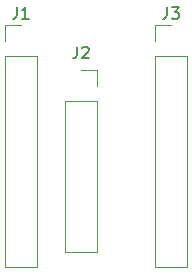
<source format=gto>
G04 #@! TF.GenerationSoftware,KiCad,Pcbnew,(6.0.2)*
G04 #@! TF.CreationDate,2025-01-10T20:51:35+01:00*
G04 #@! TF.ProjectId,adapter,61646170-7465-4722-9e6b-696361645f70,rev?*
G04 #@! TF.SameCoordinates,Original*
G04 #@! TF.FileFunction,Legend,Top*
G04 #@! TF.FilePolarity,Positive*
%FSLAX46Y46*%
G04 Gerber Fmt 4.6, Leading zero omitted, Abs format (unit mm)*
G04 Created by KiCad (PCBNEW (6.0.2)) date 2025-01-10 20:51:35*
%MOMM*%
%LPD*%
G01*
G04 APERTURE LIST*
%ADD10C,0.150000*%
%ADD11C,0.120000*%
%ADD12R,1.700000X1.700000*%
%ADD13O,1.700000X1.700000*%
G04 APERTURE END LIST*
D10*
X141906666Y-85582380D02*
X141906666Y-86296666D01*
X141859047Y-86439523D01*
X141763809Y-86534761D01*
X141620952Y-86582380D01*
X141525714Y-86582380D01*
X142335238Y-85677619D02*
X142382857Y-85630000D01*
X142478095Y-85582380D01*
X142716190Y-85582380D01*
X142811428Y-85630000D01*
X142859047Y-85677619D01*
X142906666Y-85772857D01*
X142906666Y-85868095D01*
X142859047Y-86010952D01*
X142287619Y-86582380D01*
X142906666Y-86582380D01*
X136826666Y-82227380D02*
X136826666Y-82941666D01*
X136779047Y-83084523D01*
X136683809Y-83179761D01*
X136540952Y-83227380D01*
X136445714Y-83227380D01*
X137826666Y-83227380D02*
X137255238Y-83227380D01*
X137540952Y-83227380D02*
X137540952Y-82227380D01*
X137445714Y-82370238D01*
X137350476Y-82465476D01*
X137255238Y-82513095D01*
X149526666Y-82227380D02*
X149526666Y-82941666D01*
X149479047Y-83084523D01*
X149383809Y-83179761D01*
X149240952Y-83227380D01*
X149145714Y-83227380D01*
X149907619Y-82227380D02*
X150526666Y-82227380D01*
X150193333Y-82608333D01*
X150336190Y-82608333D01*
X150431428Y-82655952D01*
X150479047Y-82703571D01*
X150526666Y-82798809D01*
X150526666Y-83036904D01*
X150479047Y-83132142D01*
X150431428Y-83179761D01*
X150336190Y-83227380D01*
X150050476Y-83227380D01*
X149955238Y-83179761D01*
X149907619Y-83132142D01*
D11*
X140910000Y-90170000D02*
X140910000Y-102930000D01*
X140910000Y-102930000D02*
X143570000Y-102930000D01*
X143570000Y-87570000D02*
X143570000Y-88900000D01*
X140910000Y-90170000D02*
X143570000Y-90170000D01*
X143570000Y-90170000D02*
X143570000Y-102930000D01*
X142240000Y-87570000D02*
X143570000Y-87570000D01*
X135830000Y-85105000D02*
X135830000Y-83775000D01*
X135830000Y-86375000D02*
X138490000Y-86375000D01*
X138490000Y-86375000D02*
X138490000Y-104215000D01*
X135830000Y-83775000D02*
X137160000Y-83775000D01*
X135830000Y-86375000D02*
X135830000Y-104215000D01*
X135830000Y-104215000D02*
X138490000Y-104215000D01*
X148530000Y-85105000D02*
X148530000Y-83775000D01*
X148530000Y-86375000D02*
X151190000Y-86375000D01*
X148530000Y-104215000D02*
X151190000Y-104215000D01*
X148530000Y-83775000D02*
X149860000Y-83775000D01*
X151190000Y-86375000D02*
X151190000Y-104215000D01*
X148530000Y-86375000D02*
X148530000Y-104215000D01*
%LPC*%
D12*
X142240000Y-88900000D03*
D13*
X142240000Y-91440000D03*
X142240000Y-93980000D03*
X142240000Y-96520000D03*
X142240000Y-99060000D03*
X142240000Y-101600000D03*
D12*
X137160000Y-85105000D03*
D13*
X137160000Y-87645000D03*
X137160000Y-90185000D03*
X137160000Y-92725000D03*
X137160000Y-95265000D03*
X137160000Y-97805000D03*
X137160000Y-100345000D03*
X137160000Y-102885000D03*
D12*
X149860000Y-85105000D03*
D13*
X149860000Y-87645000D03*
X149860000Y-90185000D03*
X149860000Y-92725000D03*
X149860000Y-95265000D03*
X149860000Y-97805000D03*
X149860000Y-100345000D03*
X149860000Y-102885000D03*
M02*

</source>
